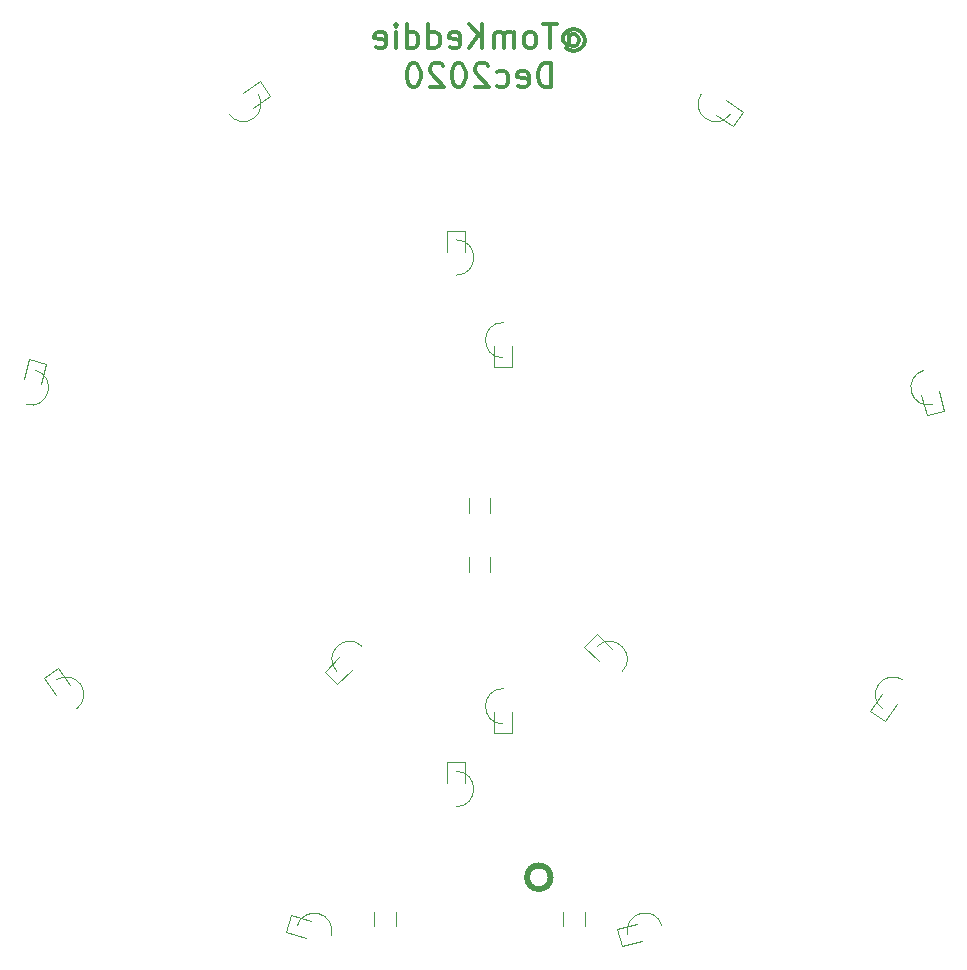
<source format=gbr>
%TF.GenerationSoftware,KiCad,Pcbnew,5.1.7-a382d34a8~88~ubuntu20.04.1*%
%TF.CreationDate,2020-12-12T17:02:25-08:00*%
%TF.ProjectId,peace-sign,70656163-652d-4736-9967-6e2e6b696361,rev?*%
%TF.SameCoordinates,Original*%
%TF.FileFunction,Legend,Bot*%
%TF.FilePolarity,Positive*%
%FSLAX46Y46*%
G04 Gerber Fmt 4.6, Leading zero omitted, Abs format (unit mm)*
G04 Created by KiCad (PCBNEW 5.1.7-a382d34a8~88~ubuntu20.04.1) date 2020-12-12 17:02:25*
%MOMM*%
%LPD*%
G01*
G04 APERTURE LIST*
%ADD10C,0.300000*%
%ADD11C,0.500000*%
%ADD12C,0.120000*%
G04 APERTURE END LIST*
D10*
X107571428Y-18302380D02*
X107666666Y-18207142D01*
X107857142Y-18111904D01*
X108047619Y-18111904D01*
X108238095Y-18207142D01*
X108333333Y-18302380D01*
X108428571Y-18492857D01*
X108428571Y-18683333D01*
X108333333Y-18873809D01*
X108238095Y-18969047D01*
X108047619Y-19064285D01*
X107857142Y-19064285D01*
X107666666Y-18969047D01*
X107571428Y-18873809D01*
X107571428Y-18111904D02*
X107571428Y-18873809D01*
X107476190Y-18969047D01*
X107380952Y-18969047D01*
X107190476Y-18873809D01*
X107095238Y-18683333D01*
X107095238Y-18207142D01*
X107285714Y-17921428D01*
X107571428Y-17730952D01*
X107952380Y-17635714D01*
X108333333Y-17730952D01*
X108619047Y-17921428D01*
X108809523Y-18207142D01*
X108904761Y-18588095D01*
X108809523Y-18969047D01*
X108619047Y-19254761D01*
X108333333Y-19445238D01*
X107952380Y-19540476D01*
X107571428Y-19445238D01*
X107285714Y-19254761D01*
X106523809Y-17254761D02*
X105380952Y-17254761D01*
X105952380Y-19254761D02*
X105952380Y-17254761D01*
X104428571Y-19254761D02*
X104619047Y-19159523D01*
X104714285Y-19064285D01*
X104809523Y-18873809D01*
X104809523Y-18302380D01*
X104714285Y-18111904D01*
X104619047Y-18016666D01*
X104428571Y-17921428D01*
X104142857Y-17921428D01*
X103952380Y-18016666D01*
X103857142Y-18111904D01*
X103761904Y-18302380D01*
X103761904Y-18873809D01*
X103857142Y-19064285D01*
X103952380Y-19159523D01*
X104142857Y-19254761D01*
X104428571Y-19254761D01*
X102904761Y-19254761D02*
X102904761Y-17921428D01*
X102904761Y-18111904D02*
X102809523Y-18016666D01*
X102619047Y-17921428D01*
X102333333Y-17921428D01*
X102142857Y-18016666D01*
X102047619Y-18207142D01*
X102047619Y-19254761D01*
X102047619Y-18207142D02*
X101952380Y-18016666D01*
X101761904Y-17921428D01*
X101476190Y-17921428D01*
X101285714Y-18016666D01*
X101190476Y-18207142D01*
X101190476Y-19254761D01*
X100238095Y-19254761D02*
X100238095Y-17254761D01*
X99095238Y-19254761D02*
X99952380Y-18111904D01*
X99095238Y-17254761D02*
X100238095Y-18397619D01*
X97476190Y-19159523D02*
X97666666Y-19254761D01*
X98047619Y-19254761D01*
X98238095Y-19159523D01*
X98333333Y-18969047D01*
X98333333Y-18207142D01*
X98238095Y-18016666D01*
X98047619Y-17921428D01*
X97666666Y-17921428D01*
X97476190Y-18016666D01*
X97380952Y-18207142D01*
X97380952Y-18397619D01*
X98333333Y-18588095D01*
X95666666Y-19254761D02*
X95666666Y-17254761D01*
X95666666Y-19159523D02*
X95857142Y-19254761D01*
X96238095Y-19254761D01*
X96428571Y-19159523D01*
X96523809Y-19064285D01*
X96619047Y-18873809D01*
X96619047Y-18302380D01*
X96523809Y-18111904D01*
X96428571Y-18016666D01*
X96238095Y-17921428D01*
X95857142Y-17921428D01*
X95666666Y-18016666D01*
X93857142Y-19254761D02*
X93857142Y-17254761D01*
X93857142Y-19159523D02*
X94047619Y-19254761D01*
X94428571Y-19254761D01*
X94619047Y-19159523D01*
X94714285Y-19064285D01*
X94809523Y-18873809D01*
X94809523Y-18302380D01*
X94714285Y-18111904D01*
X94619047Y-18016666D01*
X94428571Y-17921428D01*
X94047619Y-17921428D01*
X93857142Y-18016666D01*
X92904761Y-19254761D02*
X92904761Y-17921428D01*
X92904761Y-17254761D02*
X93000000Y-17350000D01*
X92904761Y-17445238D01*
X92809523Y-17350000D01*
X92904761Y-17254761D01*
X92904761Y-17445238D01*
X91190476Y-19159523D02*
X91380952Y-19254761D01*
X91761904Y-19254761D01*
X91952380Y-19159523D01*
X92047619Y-18969047D01*
X92047619Y-18207142D01*
X91952380Y-18016666D01*
X91761904Y-17921428D01*
X91380952Y-17921428D01*
X91190476Y-18016666D01*
X91095238Y-18207142D01*
X91095238Y-18397619D01*
X92047619Y-18588095D01*
X106047619Y-22554761D02*
X106047619Y-20554761D01*
X105571428Y-20554761D01*
X105285714Y-20650000D01*
X105095238Y-20840476D01*
X105000000Y-21030952D01*
X104904761Y-21411904D01*
X104904761Y-21697619D01*
X105000000Y-22078571D01*
X105095238Y-22269047D01*
X105285714Y-22459523D01*
X105571428Y-22554761D01*
X106047619Y-22554761D01*
X103285714Y-22459523D02*
X103476190Y-22554761D01*
X103857142Y-22554761D01*
X104047619Y-22459523D01*
X104142857Y-22269047D01*
X104142857Y-21507142D01*
X104047619Y-21316666D01*
X103857142Y-21221428D01*
X103476190Y-21221428D01*
X103285714Y-21316666D01*
X103190476Y-21507142D01*
X103190476Y-21697619D01*
X104142857Y-21888095D01*
X101476190Y-22459523D02*
X101666666Y-22554761D01*
X102047619Y-22554761D01*
X102238095Y-22459523D01*
X102333333Y-22364285D01*
X102428571Y-22173809D01*
X102428571Y-21602380D01*
X102333333Y-21411904D01*
X102238095Y-21316666D01*
X102047619Y-21221428D01*
X101666666Y-21221428D01*
X101476190Y-21316666D01*
X100714285Y-20745238D02*
X100619047Y-20650000D01*
X100428571Y-20554761D01*
X99952380Y-20554761D01*
X99761904Y-20650000D01*
X99666666Y-20745238D01*
X99571428Y-20935714D01*
X99571428Y-21126190D01*
X99666666Y-21411904D01*
X100809523Y-22554761D01*
X99571428Y-22554761D01*
X98333333Y-20554761D02*
X98142857Y-20554761D01*
X97952380Y-20650000D01*
X97857142Y-20745238D01*
X97761904Y-20935714D01*
X97666666Y-21316666D01*
X97666666Y-21792857D01*
X97761904Y-22173809D01*
X97857142Y-22364285D01*
X97952380Y-22459523D01*
X98142857Y-22554761D01*
X98333333Y-22554761D01*
X98523809Y-22459523D01*
X98619047Y-22364285D01*
X98714285Y-22173809D01*
X98809523Y-21792857D01*
X98809523Y-21316666D01*
X98714285Y-20935714D01*
X98619047Y-20745238D01*
X98523809Y-20650000D01*
X98333333Y-20554761D01*
X96904761Y-20745238D02*
X96809523Y-20650000D01*
X96619047Y-20554761D01*
X96142857Y-20554761D01*
X95952380Y-20650000D01*
X95857142Y-20745238D01*
X95761904Y-20935714D01*
X95761904Y-21126190D01*
X95857142Y-21411904D01*
X97000000Y-22554761D01*
X95761904Y-22554761D01*
X94523809Y-20554761D02*
X94333333Y-20554761D01*
X94142857Y-20650000D01*
X94047619Y-20745238D01*
X93952380Y-20935714D01*
X93857142Y-21316666D01*
X93857142Y-21792857D01*
X93952380Y-22173809D01*
X94047619Y-22364285D01*
X94142857Y-22459523D01*
X94333333Y-22554761D01*
X94523809Y-22554761D01*
X94714285Y-22459523D01*
X94809523Y-22364285D01*
X94904761Y-22173809D01*
X95000000Y-21792857D01*
X95000000Y-21316666D01*
X94904761Y-20935714D01*
X94809523Y-20745238D01*
X94714285Y-20650000D01*
X94523809Y-20554761D01*
D11*
%TO.C,X1*%
X106013000Y-89471000D02*
G75*
G03*
X106013000Y-89471000I-1000000J0D01*
G01*
D12*
%TO.C,R4*%
X99090000Y-58602064D02*
X99090000Y-57397936D01*
X100910000Y-58602064D02*
X100910000Y-57397936D01*
%TO.C,R3*%
X91090000Y-93602064D02*
X91090000Y-92397936D01*
X92910000Y-93602064D02*
X92910000Y-92397936D01*
%TO.C,R2*%
X107090000Y-93602064D02*
X107090000Y-92397936D01*
X108910000Y-93602064D02*
X108910000Y-92397936D01*
%TO.C,R1*%
X100910000Y-62397936D02*
X100910000Y-63602064D01*
X99090000Y-62397936D02*
X99090000Y-63602064D01*
%TO.C,D1*%
X111176777Y-70116117D02*
X109939340Y-68878680D01*
X108878680Y-69939340D02*
X109939340Y-68878680D01*
X108878680Y-69939340D02*
X110116117Y-71176777D01*
X112060660Y-72060660D02*
G75*
G03*
X109939340Y-69939340I-1060660J1060660D01*
G01*
%TO.C,D13*%
X88116117Y-70823223D02*
X86878680Y-72060660D01*
X87939340Y-73121320D02*
X86878680Y-72060660D01*
X87939340Y-73121320D02*
X89176777Y-71883883D01*
X90060660Y-69939340D02*
G75*
G03*
X87939340Y-72060660I-1060660J-1060660D01*
G01*
%TO.C,D12*%
X80839758Y-24327576D02*
X82273274Y-23323817D01*
X81412910Y-22095089D02*
X82273274Y-23323817D01*
X81412910Y-22095089D02*
X79979394Y-23098848D01*
X78771272Y-24860365D02*
G75*
G03*
X81228728Y-23139635I1228728J860365D01*
G01*
%TO.C,D11*%
X62853854Y-47711151D02*
X63306787Y-46020781D01*
X61857898Y-45632553D02*
X63306787Y-46020781D01*
X61857898Y-45632553D02*
X61404965Y-47322923D01*
X61611771Y-49448889D02*
G75*
G03*
X62388229Y-46551111I388229J1448889D01*
G01*
%TO.C,D10*%
X65327576Y-73160242D02*
X64323817Y-71726726D01*
X63095089Y-72587090D02*
X64323817Y-71726726D01*
X63095089Y-72587090D02*
X64098848Y-74020606D01*
X65860365Y-75228728D02*
G75*
G03*
X64139635Y-72771272I-860365J1228728D01*
G01*
%TO.C,D9*%
X85711151Y-93146146D02*
X84020781Y-92693213D01*
X83632553Y-94142102D02*
X84020781Y-92693213D01*
X83632553Y-94142102D02*
X85322923Y-94595035D01*
X87448889Y-94388229D02*
G75*
G03*
X84551111Y-93611771I-1448889J388229D01*
G01*
%TO.C,D8*%
X113322923Y-93404965D02*
X111632553Y-93857898D01*
X112020781Y-95306787D02*
X111632553Y-93857898D01*
X112020781Y-95306787D02*
X113711151Y-94853854D01*
X115448889Y-93611771D02*
G75*
G03*
X112551111Y-94388229I-1448889J-388229D01*
G01*
%TO.C,D7*%
X134098848Y-73979394D02*
X133095089Y-75412910D01*
X134323817Y-76273274D02*
X133095089Y-75412910D01*
X134323817Y-76273274D02*
X135327576Y-74839758D01*
X135860365Y-72771272D02*
G75*
G03*
X134139635Y-75228728I-860365J-1228728D01*
G01*
%TO.C,D6*%
X137404965Y-48677077D02*
X137857898Y-50367447D01*
X139306787Y-49979219D02*
X137857898Y-50367447D01*
X139306787Y-49979219D02*
X138853854Y-48288849D01*
X137611771Y-46551111D02*
G75*
G03*
X138388229Y-49448889I388229J-1448889D01*
G01*
%TO.C,D5*%
X119979394Y-24901152D02*
X121412910Y-25904911D01*
X122273274Y-24676183D02*
X121412910Y-25904911D01*
X122273274Y-24676183D02*
X120839758Y-23672424D01*
X118771272Y-23139635D02*
G75*
G03*
X121228728Y-24860365I1228728J-860365D01*
G01*
%TO.C,D4*%
X101250000Y-75500000D02*
X101250000Y-77250000D01*
X102750000Y-77250000D02*
X101250000Y-77250000D01*
X102750000Y-77250000D02*
X102750000Y-75500000D01*
X102000000Y-73500000D02*
G75*
G03*
X102000000Y-76500000I0J-1500000D01*
G01*
%TO.C,D3*%
X98750000Y-36500000D02*
X98750000Y-34750000D01*
X97250000Y-34750000D02*
X98750000Y-34750000D01*
X97250000Y-34750000D02*
X97250000Y-36500000D01*
X98000000Y-38500000D02*
G75*
G03*
X98000000Y-35500000I0J1500000D01*
G01*
%TO.C,D2*%
X101250000Y-44500000D02*
X101250000Y-46250000D01*
X102750000Y-46250000D02*
X101250000Y-46250000D01*
X102750000Y-46250000D02*
X102750000Y-44500000D01*
X102000000Y-42500000D02*
G75*
G03*
X102000000Y-45500000I0J-1500000D01*
G01*
%TO.C,D14*%
X98750000Y-81500000D02*
X98750000Y-79750000D01*
X97250000Y-79750000D02*
X98750000Y-79750000D01*
X97250000Y-79750000D02*
X97250000Y-81500000D01*
X98000000Y-83500000D02*
G75*
G03*
X98000000Y-80500000I0J1500000D01*
G01*
%TD*%
M02*

</source>
